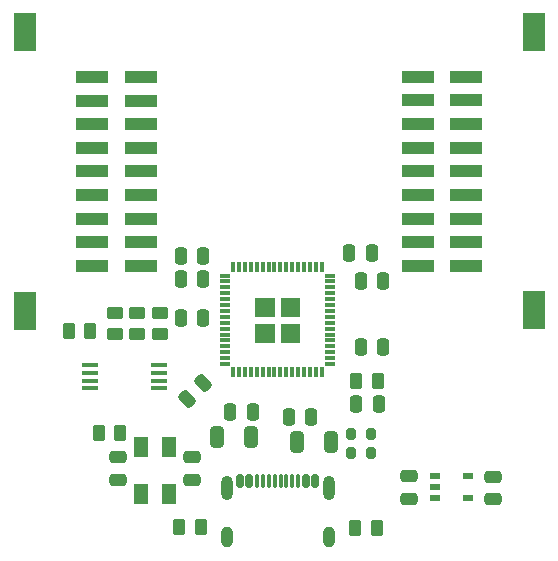
<source format=gbr>
%TF.GenerationSoftware,KiCad,Pcbnew,8.0.0*%
%TF.CreationDate,2024-03-20T17:10:03-04:00*%
%TF.ProjectId,AntEater,416e7445-6174-4657-922e-6b696361645f,rev?*%
%TF.SameCoordinates,Original*%
%TF.FileFunction,Paste,Top*%
%TF.FilePolarity,Positive*%
%FSLAX46Y46*%
G04 Gerber Fmt 4.6, Leading zero omitted, Abs format (unit mm)*
G04 Created by KiCad (PCBNEW 8.0.0) date 2024-03-20 17:10:03*
%MOMM*%
%LPD*%
G01*
G04 APERTURE LIST*
G04 Aperture macros list*
%AMRoundRect*
0 Rectangle with rounded corners*
0 $1 Rounding radius*
0 $2 $3 $4 $5 $6 $7 $8 $9 X,Y pos of 4 corners*
0 Add a 4 corners polygon primitive as box body*
4,1,4,$2,$3,$4,$5,$6,$7,$8,$9,$2,$3,0*
0 Add four circle primitives for the rounded corners*
1,1,$1+$1,$2,$3*
1,1,$1+$1,$4,$5*
1,1,$1+$1,$6,$7*
1,1,$1+$1,$8,$9*
0 Add four rect primitives between the rounded corners*
20,1,$1+$1,$2,$3,$4,$5,0*
20,1,$1+$1,$4,$5,$6,$7,0*
20,1,$1+$1,$6,$7,$8,$9,0*
20,1,$1+$1,$8,$9,$2,$3,0*%
G04 Aperture macros list end*
%ADD10C,0.010000*%
%ADD11O,1.000000X1.800000*%
%ADD12O,1.000000X2.100000*%
%ADD13RoundRect,0.075000X-0.075000X-0.500000X0.075000X-0.500000X0.075000X0.500000X-0.075000X0.500000X0*%
%ADD14RoundRect,0.150000X-0.150000X-0.425000X0.150000X-0.425000X0.150000X0.425000X-0.150000X0.425000X0*%
%ADD15RoundRect,0.250000X0.262500X0.450000X-0.262500X0.450000X-0.262500X-0.450000X0.262500X-0.450000X0*%
%ADD16RoundRect,0.250000X0.250000X0.475000X-0.250000X0.475000X-0.250000X-0.475000X0.250000X-0.475000X0*%
%ADD17RoundRect,0.250000X-0.250000X-0.475000X0.250000X-0.475000X0.250000X0.475000X-0.250000X0.475000X0*%
%ADD18R,1.473200X0.355600*%
%ADD19RoundRect,0.250000X-0.159099X0.512652X-0.512652X0.159099X0.159099X-0.512652X0.512652X-0.159099X0*%
%ADD20RoundRect,0.200000X0.200000X0.275000X-0.200000X0.275000X-0.200000X-0.275000X0.200000X-0.275000X0*%
%ADD21RoundRect,0.250000X-0.475000X0.250000X-0.475000X-0.250000X0.475000X-0.250000X0.475000X0.250000X0*%
%ADD22R,1.900000X3.200000*%
%ADD23R,2.800000X1.100000*%
%ADD24R,0.952500X0.558800*%
%ADD25RoundRect,0.250000X-0.262500X-0.450000X0.262500X-0.450000X0.262500X0.450000X-0.262500X0.450000X0*%
%ADD26RoundRect,0.250000X0.450000X-0.262500X0.450000X0.262500X-0.450000X0.262500X-0.450000X-0.262500X0*%
%ADD27RoundRect,0.250000X-0.325000X-0.650000X0.325000X-0.650000X0.325000X0.650000X-0.325000X0.650000X0*%
%ADD28RoundRect,0.018900X-0.391100X-0.116100X0.391100X-0.116100X0.391100X0.116100X-0.391100X0.116100X0*%
%ADD29RoundRect,0.018900X-0.116100X0.391100X-0.116100X-0.391100X0.116100X-0.391100X0.116100X0.391100X0*%
%ADD30RoundRect,0.018900X0.391100X0.116100X-0.391100X0.116100X-0.391100X-0.116100X0.391100X-0.116100X0*%
%ADD31RoundRect,0.018900X0.116100X-0.391100X0.116100X0.391100X-0.116100X0.391100X-0.116100X-0.391100X0*%
%ADD32RoundRect,0.250000X0.325000X0.650000X-0.325000X0.650000X-0.325000X-0.650000X0.325000X-0.650000X0*%
%ADD33R,1.200000X1.800000*%
%ADD34RoundRect,0.250000X0.475000X-0.250000X0.475000X0.250000X-0.475000X0.250000X-0.475000X-0.250000X0*%
G04 APERTURE END LIST*
D10*
%TO.C,U2*%
X141835474Y-101842349D02*
X140295474Y-101842349D01*
X140295474Y-100302349D01*
X141835474Y-100302349D01*
X141835474Y-101842349D01*
G36*
X141835474Y-101842349D02*
G01*
X140295474Y-101842349D01*
X140295474Y-100302349D01*
X141835474Y-100302349D01*
X141835474Y-101842349D01*
G37*
X141835474Y-99662349D02*
X140295474Y-99662349D01*
X140295474Y-98122349D01*
X141835474Y-98122349D01*
X141835474Y-99662349D01*
G36*
X141835474Y-99662349D02*
G01*
X140295474Y-99662349D01*
X140295474Y-98122349D01*
X141835474Y-98122349D01*
X141835474Y-99662349D01*
G37*
X139655474Y-101842349D02*
X138115474Y-101842349D01*
X138115474Y-100302349D01*
X139655474Y-100302349D01*
X139655474Y-101842349D01*
G36*
X139655474Y-101842349D02*
G01*
X138115474Y-101842349D01*
X138115474Y-100302349D01*
X139655474Y-100302349D01*
X139655474Y-101842349D01*
G37*
X139655474Y-99662349D02*
X138115474Y-99662349D01*
X138115474Y-98122349D01*
X139655474Y-98122349D01*
X139655474Y-99662349D01*
G36*
X139655474Y-99662349D02*
G01*
X138115474Y-99662349D01*
X138115474Y-98122349D01*
X139655474Y-98122349D01*
X139655474Y-99662349D01*
G37*
%TD*%
D11*
%TO.C,J2*%
X144310000Y-118370000D03*
D12*
X144310000Y-114190000D03*
D11*
X135670000Y-118370000D03*
D12*
X135670000Y-114190000D03*
D13*
X138240000Y-113615000D03*
X139240000Y-113615000D03*
X140740000Y-113615000D03*
X141740000Y-113615000D03*
D14*
X142390000Y-113615000D03*
X143190000Y-113615000D03*
D13*
X141240000Y-113615000D03*
X140240000Y-113615000D03*
X139740000Y-113615000D03*
X138740000Y-113615000D03*
D14*
X137590000Y-113615000D03*
X136790000Y-113615000D03*
%TD*%
D15*
%TO.C,R5*%
X146565000Y-117580000D03*
X148390000Y-117580000D03*
%TD*%
D16*
%TO.C,C12*%
X135975474Y-107787349D03*
X137875474Y-107787349D03*
%TD*%
%TO.C,C10*%
X131795474Y-94557349D03*
X133695474Y-94557349D03*
%TD*%
D17*
%TO.C,C11*%
X148935474Y-102277349D03*
X147035474Y-102277349D03*
%TD*%
D18*
%TO.C,U1*%
X124079074Y-105770000D03*
X124079074Y-105120002D03*
X124079074Y-104470000D03*
X124079074Y-103820002D03*
X129971874Y-103820002D03*
X129971874Y-104470000D03*
X129971874Y-105120002D03*
X129971874Y-105770000D03*
%TD*%
D19*
%TO.C,C1*%
X132326223Y-106659101D03*
X133669725Y-105315597D03*
%TD*%
D20*
%TO.C,FB2*%
X146220474Y-111297349D03*
X147870474Y-111297349D03*
%TD*%
D15*
%TO.C,R3*%
X122307500Y-100940000D03*
X124132500Y-100940000D03*
%TD*%
D21*
%TO.C,C15*%
X151150000Y-115140000D03*
X151150000Y-113240000D03*
%TD*%
D22*
%TO.C,CN1*%
X118564800Y-75641800D03*
X118564800Y-99201800D03*
D23*
X128424800Y-95421800D03*
X124314800Y-95421800D03*
X128424800Y-93421800D03*
X124314800Y-93421800D03*
X128424800Y-91421800D03*
X124314800Y-91421800D03*
X128424800Y-89421800D03*
X124314800Y-89421800D03*
X128424800Y-87421800D03*
X124314800Y-87421800D03*
X128424800Y-85421800D03*
X124314800Y-85421800D03*
X128424800Y-83421800D03*
X124314800Y-83421800D03*
X128424800Y-81421800D03*
X124314800Y-81421800D03*
X128424800Y-79421800D03*
X124314800Y-79421800D03*
%TD*%
D20*
%TO.C,FB1*%
X147880474Y-109687349D03*
X146230474Y-109687349D03*
%TD*%
D17*
%TO.C,C3*%
X148555474Y-107137349D03*
X146655474Y-107137349D03*
%TD*%
D24*
%TO.C,U3*%
X156087950Y-113230200D03*
X156087950Y-115109800D03*
X153332050Y-115109800D03*
X153332050Y-114170000D03*
X153332050Y-113230200D03*
%TD*%
D15*
%TO.C,R8*%
X146642974Y-105197349D03*
X148467974Y-105197349D03*
%TD*%
D21*
%TO.C,C2*%
X126447500Y-113510000D03*
X126447500Y-111610000D03*
%TD*%
D17*
%TO.C,C5*%
X147965474Y-94337349D03*
X146065474Y-94337349D03*
%TD*%
D25*
%TO.C,R6*%
X126680000Y-109540000D03*
X124855000Y-109540000D03*
%TD*%
D26*
%TO.C,R1*%
X128125474Y-99384849D03*
X128125474Y-101209849D03*
%TD*%
D27*
%TO.C,C6*%
X144545000Y-110320000D03*
X141595000Y-110320000D03*
%TD*%
D17*
%TO.C,C8*%
X148940000Y-96730000D03*
X147040000Y-96730000D03*
%TD*%
D28*
%TO.C,U2*%
X135530474Y-103732349D03*
X135530474Y-103232349D03*
X135530474Y-102732349D03*
X135530474Y-102232349D03*
X135530474Y-101732349D03*
X135530474Y-101232349D03*
X135530474Y-100732349D03*
X135530474Y-100232349D03*
X135530474Y-99732349D03*
X135530474Y-99232349D03*
X135530474Y-98732349D03*
X135530474Y-98232349D03*
X135530474Y-97732349D03*
X135530474Y-97232349D03*
X135530474Y-96732349D03*
X135530474Y-96232349D03*
D29*
X136225474Y-95537349D03*
X136725474Y-95537349D03*
X137225474Y-95537349D03*
X137725474Y-95537349D03*
X138225474Y-95537349D03*
X138725474Y-95537349D03*
X139225474Y-95537349D03*
X139725474Y-95537349D03*
X140225474Y-95537349D03*
X140725474Y-95537349D03*
X141225474Y-95537349D03*
X141725474Y-95537349D03*
X142225474Y-95537349D03*
X142725474Y-95537349D03*
X143225474Y-95537349D03*
X143725474Y-95537349D03*
D30*
X144420474Y-96232349D03*
X144420474Y-96732349D03*
X144420474Y-97232349D03*
X144420474Y-97732349D03*
X144420474Y-98232349D03*
X144420474Y-98732349D03*
X144420474Y-99232349D03*
X144420474Y-99732349D03*
X144420474Y-100232349D03*
X144420474Y-100732349D03*
X144420474Y-101232349D03*
X144420474Y-101732349D03*
X144420474Y-102232349D03*
X144420474Y-102732349D03*
X144420474Y-103232349D03*
X144420474Y-103732349D03*
D31*
X143725474Y-104427349D03*
X143225474Y-104427349D03*
X142725474Y-104427349D03*
X142225474Y-104427349D03*
X141725474Y-104427349D03*
X141225474Y-104427349D03*
X140725474Y-104427349D03*
X140225474Y-104427349D03*
X139725474Y-104427349D03*
X139225474Y-104427349D03*
X138725474Y-104427349D03*
X138225474Y-104427349D03*
X137725474Y-104427349D03*
X137225474Y-104427349D03*
X136725474Y-104427349D03*
X136225474Y-104427349D03*
%TD*%
D22*
%TO.C,CN2*%
X161709900Y-99189600D03*
X161709900Y-75629600D03*
D23*
X151849900Y-79409600D03*
X155959900Y-79409600D03*
X151849900Y-81409600D03*
X155959900Y-81409600D03*
X151849900Y-83409600D03*
X155959900Y-83409600D03*
X151849900Y-85409600D03*
X155959900Y-85409600D03*
X151849900Y-87409600D03*
X155959900Y-87409600D03*
X151849900Y-89409600D03*
X155959900Y-89409600D03*
X151849900Y-91409600D03*
X155959900Y-91409600D03*
X151849900Y-93409600D03*
X155959900Y-93409600D03*
X151849900Y-95409600D03*
X155959900Y-95409600D03*
%TD*%
D26*
%TO.C,R4*%
X126225474Y-99384849D03*
X126225474Y-101209849D03*
%TD*%
D16*
%TO.C,C13*%
X131805474Y-99827349D03*
X133705474Y-99827349D03*
%TD*%
%TO.C,C14*%
X133715474Y-96517349D03*
X131815474Y-96517349D03*
%TD*%
D32*
%TO.C,C4*%
X134820474Y-109937349D03*
X137770474Y-109937349D03*
%TD*%
D33*
%TO.C,Y1*%
X130825000Y-110767500D03*
X130825000Y-114767500D03*
X128425000Y-114767500D03*
X128425000Y-110767500D03*
%TD*%
D21*
%TO.C,C16*%
X158220000Y-115190000D03*
X158220000Y-113290000D03*
%TD*%
D25*
%TO.C,R7*%
X133490000Y-117560000D03*
X131665000Y-117560000D03*
%TD*%
D17*
%TO.C,C9*%
X142860000Y-108170000D03*
X140960000Y-108170000D03*
%TD*%
D26*
%TO.C,R2*%
X130035474Y-99384849D03*
X130035474Y-101209849D03*
%TD*%
D34*
%TO.C,C7*%
X132757500Y-111610000D03*
X132757500Y-113510000D03*
%TD*%
M02*

</source>
